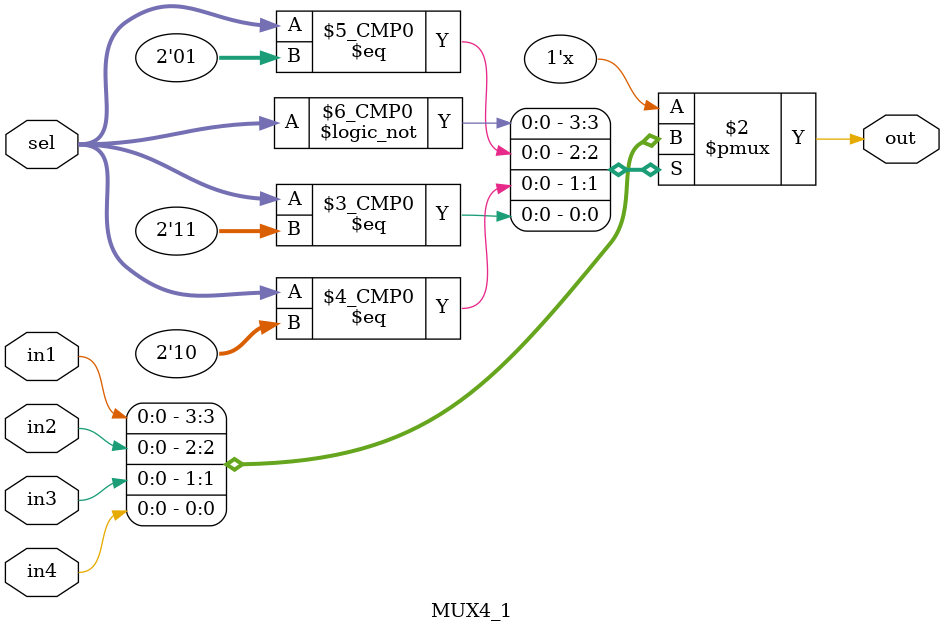
<source format=v>
module MUX4_1 (sel, in1, in2, in3, in4, out);
    input [1:0] sel;
    input in1, in2, in3, in4;
    output reg out;
  always @(sel, in1, in2, in3, in4) begin
    out = 0;
    case (sel)
      0: out = in1;
      1: out = in2;
      2: out = in3;
      3: out = in4;
    endcase
  end
endmodule

</source>
